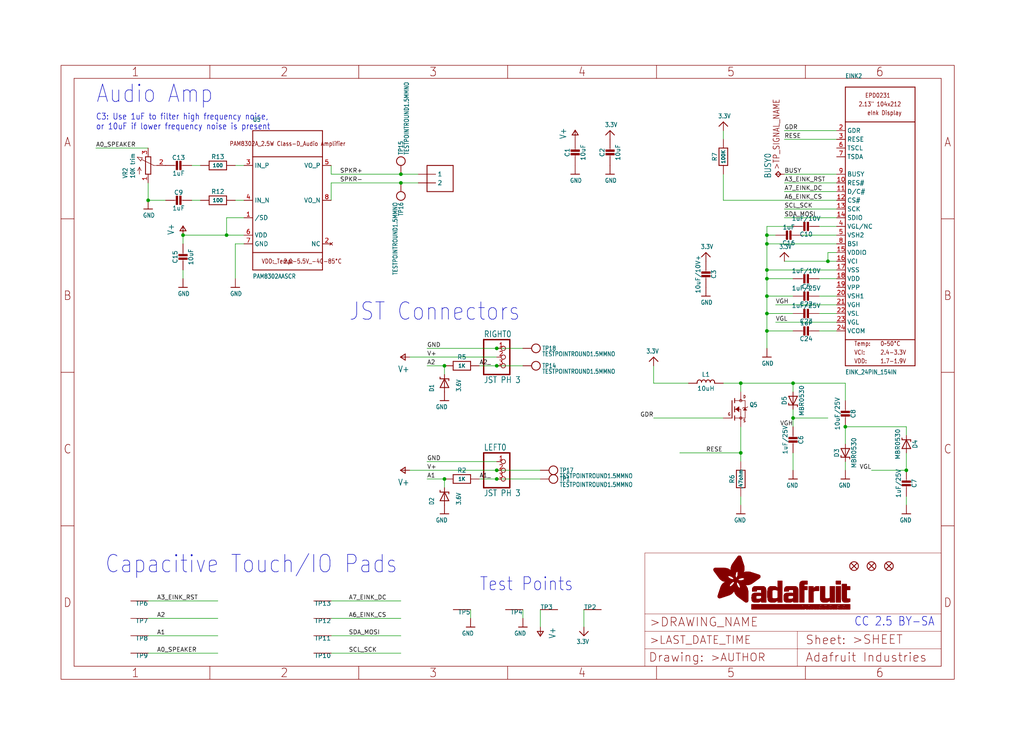
<source format=kicad_sch>
(kicad_sch (version 20211123) (generator eeschema)
  (paper "User" 298.45 217.881)
  (lib_symbols
    (symbol "eagleSchem-eagle-import:3.3V" (power)
      (property "Value" "3.3V" (at -1.524 1.016 0))
      (symbol "3.3V_1_0"
        (pin power_in line (at 0 -2.54 90) (length 2.54) (name "3.3V") (number "1"))
      )
    )
    (symbol "eagleSchem-eagle-import:AUDIOAMP_PAM8302A"
      (property "Reference" "U" (at -10.16 22.86 0))
      (property "Value" "AUDIOAMP_PAM8302A" (at -10.16 -22.86 0))
      (symbol "AUDIOAMP_PAM8302A_1_0"
        (text "2.0-5.5V_-40-85°C" (at -1.27 -17.78 0) (effects (font (size 1.27 1.0795)) (justify left)))
        (text "PAM8302A_2.5W Class-D_Audio Amplifier" (at 0 16.51 0) (effects (font (size 1.27 1.0795))))
        (text "VDD:_Temp:" (at -7.62 -17.78 0) (effects (font (size 1.27 1.0795)) (justify left)))
        (pin input line (at -12.7 -5.08 0) (length 2.54) (name "/SD") (number "1"))
        (pin no_connect line (at 12.7 -12.7 180) (length 2.54) (name "NC") (number "2"))
        (pin input line (at -12.7 10.16 0) (length 2.54) (name "IN_P") (number "3"))
        (pin input line (at -12.7 0 0) (length 2.54) (name "IN_N") (number "4"))
        (pin output line (at 12.7 10.16 180) (length 2.54) (name "VO_P") (number "5"))
        (pin power_in line (at -12.7 -10.16 0) (length 2.54) (name "VDD") (number "6"))
        (pin power_in line (at -12.7 -12.7 0) (length 2.54) (name "GND") (number "7"))
        (pin output line (at 12.7 0 180) (length 2.54) (name "VO_N") (number "8"))
      )
    )
    (symbol "eagleSchem-eagle-import:CAP_CERAMIC0805-NOOUTLINE"
      (property "Reference" "C" (at -2.29 1.25 90))
      (property "Value" "CAP_CERAMIC0805-NOOUTLINE" (at 2.3 1.25 90))
      (symbol "CAP_CERAMIC0805-NOOUTLINE_1_0"
        (pin passive line (at 0 5.08 270) (length 2.54) (name "1") (number "1"))
        (pin passive line (at 0 -2.54 90) (length 2.54) (name "2") (number "2"))
      )
    )
    (symbol "eagleSchem-eagle-import:CON_JST_PH_3PIN"
      (property "Reference" "X" (at -6.35 5.715 0))
      (property "Value" "CON_JST_PH_3PIN" (at -6.35 -7.62 0))
      (symbol "CON_JST_PH_3PIN_1_0"
        (pin passive inverted (at -2.54 2.54 0) (length 2.54) (name "1") (number "1"))
        (pin passive inverted (at -2.54 0 0) (length 2.54) (name "2") (number "2"))
        (pin passive inverted (at -2.54 -2.54 0) (length 2.54) (name "3") (number "3"))
      )
    )
    (symbol "eagleSchem-eagle-import:CON_MOLEX_2P"
      (symbol "CON_MOLEX_2P_1_0"
        (pin passive line (at -5.08 2.54 0) (length 5.08) (name "1") (number "1"))
        (pin passive line (at -5.08 0 0) (length 5.08) (name "2") (number "2"))
      )
      (symbol "CON_MOLEX_2P_2_0"
        (pin bidirectional line (at 0 0 0) (length 5.08) (name "MT") (number "M1"))
      )
      (symbol "CON_MOLEX_2P_3_0"
        (pin bidirectional line (at 0 0 0) (length 5.08) (name "MT") (number "M2"))
      )
    )
    (symbol "eagleSchem-eagle-import:DIODE-SCHOTTKYSOD-123"
      (property "Reference" "D" (at 0 2.54 0))
      (property "Value" "DIODE-SCHOTTKYSOD-123" (at 0 -2.5 0))
      (symbol "DIODE-SCHOTTKYSOD-123_1_0"
        (pin passive line (at -2.54 0 0) (length 2.54) (name "A") (number "A"))
        (pin passive line (at 2.54 0 180) (length 2.54) (name "C") (number "C"))
      )
    )
    (symbol "eagleSchem-eagle-import:DIODE-ZENERSOD323"
      (property "Reference" "D" (at -2.54 3.0226 0))
      (property "Value" "DIODE-ZENERSOD323" (at -2.54 -4.8514 0))
      (symbol "DIODE-ZENERSOD323_1_0"
        (pin passive line (at -2.54 0 0) (length 2.54) (name "A") (number "A"))
        (pin passive line (at 2.54 0 180) (length 2.54) (name "C") (number "C"))
      )
    )
    (symbol "eagleSchem-eagle-import:EINK_24PIN_154IN"
      (property "Reference" "EINK" (at -10.16 43.18 0))
      (property "Value" "EINK_24PIN_154IN" (at -10.16 -43.18 0))
      (symbol "EINK_24PIN_154IN_1_0"
        (text "0~50°C" (at 0 -34.925 0) (effects (font (size 1.27 1.0795)) (justify left bottom)))
        (text "1.7-1.9V" (at 0 -40.005 0) (effects (font (size 1.27 1.0795)) (justify left bottom)))
        (text "2.13\" 104x212" (at -6.35 34.925 0) (effects (font (size 1.27 1.0795)) (justify left bottom)))
        (text "2.4-3.3V" (at 0 -37.465 0) (effects (font (size 1.27 1.0795)) (justify left bottom)))
        (text "eInk Display" (at -3.81 32.385 0) (effects (font (size 1.27 1.0795)) (justify left bottom)))
        (text "EPD0231" (at -4.445 37.465 0) (effects (font (size 1.27 1.0795)) (justify left bottom)))
        (text "Temp:" (at -7.62 -34.925 0) (effects (font (size 1.27 1.0795)) (justify left bottom)))
        (text "VCI:" (at -7.62 -37.465 0) (effects (font (size 1.27 1.0795)) (justify left bottom)))
        (text "VDD:" (at -7.62 -40.005 0) (effects (font (size 1.27 1.0795)) (justify left bottom)))
        (pin input line (at -12.7 12.7 0) (length 2.54) (name "RES#") (number "10"))
        (pin input line (at -12.7 10.16 0) (length 2.54) (name "D/C#") (number "11"))
        (pin input line (at -12.7 7.62 0) (length 2.54) (name "CS#") (number "12"))
        (pin bidirectional line (at -12.7 5.08 0) (length 2.54) (name "SCK") (number "13"))
        (pin bidirectional line (at -12.7 2.54 0) (length 2.54) (name "SDIO") (number "14"))
        (pin power_in line (at -12.7 -7.62 0) (length 2.54) (name "VDDIO") (number "15"))
        (pin power_in line (at -12.7 -10.16 0) (length 2.54) (name "VCI") (number "16"))
        (pin power_in line (at -12.7 -12.7 0) (length 2.54) (name "VSS") (number "17"))
        (pin passive line (at -12.7 -15.24 0) (length 2.54) (name "VDD") (number "18"))
        (pin passive line (at -12.7 -17.78 0) (length 2.54) (name "VPP") (number "19"))
        (pin output line (at -12.7 27.94 0) (length 2.54) (name "GDR") (number "2"))
        (pin passive line (at -12.7 -20.32 0) (length 2.54) (name "VSH1") (number "20"))
        (pin passive line (at -12.7 -22.86 0) (length 2.54) (name "VGH") (number "21"))
        (pin passive line (at -12.7 -25.4 0) (length 2.54) (name "VSL") (number "22"))
        (pin passive line (at -12.7 -27.94 0) (length 2.54) (name "VGL") (number "23"))
        (pin passive line (at -12.7 -30.48 0) (length 2.54) (name "VCOM") (number "24"))
        (pin input line (at -12.7 25.4 0) (length 2.54) (name "RESE") (number "3"))
        (pin bidirectional line (at -12.7 0 0) (length 2.54) (name "VGL/NC") (number "4"))
        (pin passive line (at -12.7 -2.54 0) (length 2.54) (name "VSH2") (number "5"))
        (pin output line (at -12.7 22.86 0) (length 2.54) (name "TSCL") (number "6"))
        (pin bidirectional line (at -12.7 20.32 0) (length 2.54) (name "TSDA") (number "7"))
        (pin input line (at -12.7 -5.08 0) (length 2.54) (name "BSI") (number "8"))
        (pin output line (at -12.7 15.24 0) (length 2.54) (name "BUSY") (number "9"))
      )
    )
    (symbol "eagleSchem-eagle-import:FIDUCIAL_1MM")
    (symbol "eagleSchem-eagle-import:FRAME_A4_ADAFRUIT"
      (symbol "FRAME_A4_ADAFRUIT_1_0"
        (text "1" (at 21.6958 1.905 0) (effects (font (size 2.54 2.286))))
        (text "1" (at 21.6958 177.165 0) (effects (font (size 2.54 2.286))))
        (text "2" (at 65.0875 1.905 0) (effects (font (size 2.54 2.286))))
        (text "2" (at 65.0875 177.165 0) (effects (font (size 2.54 2.286))))
        (text "3" (at 108.4792 1.905 0) (effects (font (size 2.54 2.286))))
        (text "3" (at 108.4792 177.165 0) (effects (font (size 2.54 2.286))))
        (text "4" (at 151.8708 1.905 0) (effects (font (size 2.54 2.286))))
        (text "4" (at 151.8708 177.165 0) (effects (font (size 2.54 2.286))))
        (text "5" (at 195.2625 1.905 0) (effects (font (size 2.54 2.286))))
        (text "5" (at 195.2625 177.165 0) (effects (font (size 2.54 2.286))))
        (text "6" (at 238.6542 1.905 0) (effects (font (size 2.54 2.286))))
        (text "6" (at 238.6542 177.165 0) (effects (font (size 2.54 2.286))))
        (text ">AUTHOR" (at 189.23 5.08 0) (effects (font (size 2.286 2.286)) (justify left bottom)))
        (text ">DRAWING_NAME" (at 171.45 15.24 0) (effects (font (size 2.54 2.54)) (justify left bottom)))
        (text ">LAST_DATE_TIME" (at 171.45 10.16 0) (effects (font (size 2.286 2.286)) (justify left bottom)))
        (text ">SHEET" (at 230.505 10.16 0) (effects (font (size 2.54 2.54)) (justify left bottom)))
        (text "A" (at 1.905 156.6863 0) (effects (font (size 2.54 2.286))))
        (text "A" (at 258.445 156.6863 0) (effects (font (size 2.54 2.286))))
        (text "Adafruit Industries" (at 216.916 4.953 0) (effects (font (size 2.54 2.54)) (justify left bottom)))
        (text "B" (at 1.905 111.9188 0) (effects (font (size 2.54 2.286))))
        (text "B" (at 258.445 111.9188 0) (effects (font (size 2.54 2.286))))
        (text "C" (at 1.905 67.1513 0) (effects (font (size 2.54 2.286))))
        (text "C" (at 258.445 67.1513 0) (effects (font (size 2.54 2.286))))
        (text "D" (at 1.905 22.3838 0) (effects (font (size 2.54 2.286))))
        (text "D" (at 258.445 22.3838 0) (effects (font (size 2.54 2.286))))
        (text "Drawing:" (at 171.196 4.953 0) (effects (font (size 2.54 2.54)) (justify left bottom)))
        (text "Sheet:" (at 216.916 10.033 0) (effects (font (size 2.54 2.54)) (justify left bottom)))
      )
    )
    (symbol "eagleSchem-eagle-import:GND" (power)
      (property "Value" "GND" (at -1.524 -2.54 0))
      (symbol "GND_1_0"
        (pin power_in line (at 0 2.54 270) (length 2.54) (name "GND") (number "1"))
      )
    )
    (symbol "eagleSchem-eagle-import:INDUCTORNR401"
      (property "Reference" "L" (at 0 2.54 0))
      (property "Value" "INDUCTORNR401" (at 0 -1.54 0))
      (symbol "INDUCTORNR401_1_0"
        (pin passive line (at -5.08 0 0) (length 2.54) (name "1") (number "P$1"))
        (pin passive line (at 5.08 0 180) (length 2.54) (name "2") (number "P$2"))
      )
    )
    (symbol "eagleSchem-eagle-import:IRLML2060TRPBF"
      (property "Reference" "Q" (at 5.08 0.635 0))
      (property "Value" "IRLML2060TRPBF" (at 5.08 -1.27 0))
      (symbol "IRLML2060TRPBF_1_0"
        (text "D" (at 3.175 3.175 0) (effects (font (size 0.8128 0.6908)) (justify left bottom)))
        (text "G" (at -1.27 -1.905 0) (effects (font (size 0.8128 0.6908)) (justify left bottom)))
        (text "S" (at 3.175 -3.81 0) (effects (font (size 0.8128 0.6908)) (justify left bottom)))
        (pin bidirectional line (at -2.54 -2.54 0) (length 2.54) (name "G") (number "1"))
        (pin bidirectional line (at 2.54 -5.08 90) (length 2.54) (name "S") (number "2"))
        (pin bidirectional line (at 2.54 5.08 270) (length 2.54) (name "D") (number "3"))
      )
    )
    (symbol "eagleSchem-eagle-import:RESISTOR0805_10MGAP"
      (property "Reference" "R" (at 0 2.54 0))
      (property "Value" "RESISTOR0805_10MGAP" (at 0 0 0))
      (symbol "RESISTOR0805_10MGAP_1_0"
        (pin passive line (at -5.08 0 0) (length 2.54) (name "1") (number "1"))
        (pin passive line (at 5.08 0 180) (length 2.54) (name "2") (number "2"))
      )
    )
    (symbol "eagleSchem-eagle-import:RESISTOR_0603_NOOUT"
      (property "Reference" "R" (at 0 2.54 0))
      (property "Value" "RESISTOR_0603_NOOUT" (at 0 0 0))
      (symbol "RESISTOR_0603_NOOUT_1_0"
        (pin passive line (at -5.08 0 0) (length 2.54) (name "1") (number "1"))
        (pin passive line (at 5.08 0 180) (length 2.54) (name "2") (number "2"))
      )
    )
    (symbol "eagleSchem-eagle-import:SEWTAP_SMTNUTM3"
      (property "Reference" "TP" (at 0 0 0))
      (symbol "SEWTAP_SMTNUTM3_1_0"
        (pin bidirectional line (at 0 0 0) (length 5.08) (name "SEW") (number "P$1"))
      )
    )
    (symbol "eagleSchem-eagle-import:TESTPOINTROUND1.5MMNO"
      (property "Reference" "TP" (at 0 5.588 90))
      (property "Value" "TESTPOINTROUND1.5MMNO" (at 1.651 5.588 90))
      (symbol "TESTPOINTROUND1.5MMNO_1_0"
        (pin bidirectional line (at 0 0 90) (length 2.54) (name "P$1") (number "P$1"))
      )
    )
    (symbol "eagleSchem-eagle-import:TPTP15SQ"
      (property "Reference" "TP" (at -1.27 1.27 0))
      (symbol "TPTP15SQ_1_0"
        (text ">TP_SIGNAL_NAME" (at 1.27 -1.27 0) (effects (font (size 1.778 1.5113)) (justify left bottom)))
        (pin input line (at 0 -2.54 90) (length 2.54) (name "TP") (number "TP"))
      )
    )
    (symbol "eagleSchem-eagle-import:TRIMPOT3303W{slash}X"
      (property "Reference" "VR" (at -5.969 -3.81 90))
      (property "Value" "TRIMPOT3303W{slash}X" (at -3.81 -3.81 90))
      (symbol "TRIMPOT3303W{slash}X_1_0"
        (pin passive line (at 0 -5.08 90) (length 2.54) (name "A") (number "1"))
        (pin passive line (at 5.08 0 180) (length 2.54) (name "S") (number "2"))
        (pin passive line (at 0 5.08 270) (length 2.54) (name "E") (number "3"))
      )
    )
    (symbol "eagleSchem-eagle-import:V+" (power)
      (property "Value" "V+" (at -2.54 -2.54 90))
      (symbol "V+_1_0"
        (pin power_in line (at 0 -2.54 90) (length 2.54) (name "V+") (number "1"))
      )
    )
  )
  (junction (at 129.54 106.68))
  (junction (at 144.78 137.16))
  (junction (at 241.3 76.2))
  (junction (at 223.52 81.28))
  (junction (at 231.14 121.92))
  (junction (at 116.84 50.8))
  (junction (at 43.18 58.42))
  (junction (at 129.54 139.7))
  (junction (at 53.34 68.58))
  (junction (at 223.52 71.12))
  (junction (at 231.14 111.76))
  (junction (at 144.78 101.6))
  (junction (at 223.52 78.74))
  (junction (at 215.9 111.76))
  (junction (at 264.16 137.16))
  (junction (at 246.38 124.46))
  (junction (at 223.52 86.36))
  (junction (at 215.9 132.08))
  (junction (at 223.52 96.52))
  (junction (at 66.04 68.58))
  (junction (at 116.84 53.34))
  (junction (at 144.78 106.68))
  (junction (at 223.52 91.44))
  (junction (at 223.52 68.58))
  (junction (at 144.78 139.7))
  (wire (pts (xy 144.78 106.68) (xy 139.7 106.68)))
  (wire (pts (xy 243.84 68.58) (xy 233.68 68.58)))
  (wire (pts (xy 190.5 111.76) (xy 200.66 111.76)))
  (wire (pts (xy 27.94 43.18) (xy 43.18 43.18)))
  (wire (pts (xy 215.9 111.76) (xy 210.82 111.76)))
  (wire (pts (xy 223.52 101.6) (xy 223.52 96.52)))
  (wire (pts (xy 254 137.16) (xy 264.16 137.16)))
  (wire (pts (xy 223.52 66.04) (xy 223.52 68.58)))
  (wire (pts (xy 71.12 71.12) (xy 68.58 71.12)))
  (wire (pts (xy 129.54 106.68) (xy 124.46 106.68)))
  (wire (pts (xy 144.78 137.16) (xy 157.48 137.16)))
  (wire (pts (xy 223.52 81.28) (xy 223.52 78.74)))
  (wire (pts (xy 238.76 91.44) (xy 243.84 91.44)))
  (wire (pts (xy 144.78 134.62) (xy 124.46 134.62)))
  (wire (pts (xy 243.84 66.04) (xy 238.76 66.04)))
  (wire (pts (xy 190.5 121.92) (xy 210.82 121.92)))
  (wire (pts (xy 96.52 53.34) (xy 96.52 58.42)))
  (wire (pts (xy 210.82 50.8) (xy 210.82 58.42)))
  (wire (pts (xy 243.84 55.88) (xy 228.6 55.88)))
  (wire (pts (xy 144.78 106.68) (xy 152.4 106.68)))
  (wire (pts (xy 223.52 78.74) (xy 223.52 71.12)))
  (wire (pts (xy 215.9 111.76) (xy 231.14 111.76)))
  (wire (pts (xy 144.78 139.7) (xy 139.7 139.7)))
  (wire (pts (xy 241.3 121.92) (xy 231.14 121.92)))
  (wire (pts (xy 63.5 185.42) (xy 43.18 185.42)))
  (wire (pts (xy 238.76 86.36) (xy 243.84 86.36)))
  (wire (pts (xy 243.84 93.98) (xy 226.06 93.98)))
  (wire (pts (xy 241.3 76.2) (xy 243.84 76.2)))
  (wire (pts (xy 241.3 76.2) (xy 228.6 76.2)))
  (wire (pts (xy 190.5 106.68) (xy 190.5 111.76)))
  (wire (pts (xy 71.12 63.5) (xy 66.04 63.5)))
  (wire (pts (xy 243.84 71.12) (xy 223.52 71.12)))
  (wire (pts (xy 129.54 106.68) (xy 129.54 109.22)))
  (wire (pts (xy 231.14 96.52) (xy 223.52 96.52)))
  (wire (pts (xy 152.4 180.34) (xy 152.4 177.8)))
  (wire (pts (xy 96.52 53.34) (xy 116.84 53.34)))
  (wire (pts (xy 43.18 175.26) (xy 63.5 175.26)))
  (wire (pts (xy 96.52 180.34) (xy 116.84 180.34)))
  (wire (pts (xy 48.26 58.42) (xy 43.18 58.42)))
  (wire (pts (xy 231.14 119.38) (xy 231.14 121.92)))
  (wire (pts (xy 223.52 91.44) (xy 223.52 86.36)))
  (wire (pts (xy 231.14 86.36) (xy 223.52 86.36)))
  (wire (pts (xy 223.52 68.58) (xy 226.06 68.58)))
  (wire (pts (xy 228.6 40.64) (xy 243.84 40.64)))
  (wire (pts (xy 43.18 58.42) (xy 43.18 53.34)))
  (wire (pts (xy 231.14 111.76) (xy 231.14 114.3)))
  (wire (pts (xy 215.9 124.46) (xy 215.9 132.08)))
  (wire (pts (xy 223.52 86.36) (xy 223.52 81.28)))
  (wire (pts (xy 144.78 101.6) (xy 124.46 101.6)))
  (wire (pts (xy 215.9 114.3) (xy 215.9 111.76)))
  (wire (pts (xy 243.84 73.66) (xy 241.3 73.66)))
  (wire (pts (xy 71.12 58.42) (xy 68.58 58.42)))
  (wire (pts (xy 210.82 38.1) (xy 210.82 40.64)))
  (wire (pts (xy 43.18 180.34) (xy 63.5 180.34)))
  (wire (pts (xy 152.4 101.6) (xy 144.78 101.6)))
  (wire (pts (xy 231.14 132.08) (xy 231.14 137.16)))
  (wire (pts (xy 121.92 50.8) (xy 116.84 50.8)))
  (wire (pts (xy 264.16 124.46) (xy 246.38 124.46)))
  (wire (pts (xy 66.04 68.58) (xy 53.34 68.58)))
  (wire (pts (xy 264.16 127) (xy 264.16 124.46)))
  (wire (pts (xy 228.6 53.34) (xy 243.84 53.34)))
  (wire (pts (xy 144.78 139.7) (xy 157.48 139.7)))
  (wire (pts (xy 121.92 53.34) (xy 116.84 53.34)))
  (wire (pts (xy 66.04 63.5) (xy 66.04 68.58)))
  (wire (pts (xy 137.16 180.34) (xy 137.16 177.8)))
  (wire (pts (xy 231.14 81.28) (xy 223.52 81.28)))
  (wire (pts (xy 264.16 147.32) (xy 264.16 144.78)))
  (wire (pts (xy 170.18 182.88) (xy 170.18 177.8)))
  (wire (pts (xy 231.14 66.04) (xy 223.52 66.04)))
  (wire (pts (xy 243.84 38.1) (xy 228.6 38.1)))
  (wire (pts (xy 231.14 91.44) (xy 223.52 91.44)))
  (wire (pts (xy 63.5 190.5) (xy 43.18 190.5)))
  (wire (pts (xy 243.84 50.8) (xy 228.6 50.8)))
  (wire (pts (xy 55.88 48.26) (xy 58.42 48.26)))
  (wire (pts (xy 238.76 96.52) (xy 243.84 96.52)))
  (wire (pts (xy 96.52 50.8) (xy 116.84 50.8)))
  (wire (pts (xy 246.38 129.54) (xy 246.38 124.46)))
  (wire (pts (xy 246.38 134.62) (xy 246.38 137.16)))
  (wire (pts (xy 215.9 134.62) (xy 215.9 132.08)))
  (wire (pts (xy 116.84 190.5) (xy 96.52 190.5)))
  (wire (pts (xy 264.16 137.16) (xy 264.16 132.08)))
  (wire (pts (xy 243.84 78.74) (xy 223.52 78.74)))
  (wire (pts (xy 53.34 68.58) (xy 53.34 71.12)))
  (wire (pts (xy 53.34 78.74) (xy 53.34 81.28)))
  (wire (pts (xy 241.3 73.66) (xy 241.3 76.2)))
  (wire (pts (xy 243.84 58.42) (xy 210.82 58.42)))
  (wire (pts (xy 215.9 147.32) (xy 215.9 144.78)))
  (wire (pts (xy 231.14 124.46) (xy 231.14 121.92)))
  (wire (pts (xy 119.38 137.16) (xy 144.78 137.16)))
  (wire (pts (xy 243.84 63.5) (xy 228.6 63.5)))
  (wire (pts (xy 243.84 88.9) (xy 226.06 88.9)))
  (wire (pts (xy 228.6 60.96) (xy 243.84 60.96)))
  (wire (pts (xy 129.54 139.7) (xy 129.54 142.24)))
  (wire (pts (xy 223.52 71.12) (xy 223.52 68.58)))
  (wire (pts (xy 58.42 58.42) (xy 55.88 58.42)))
  (wire (pts (xy 96.52 175.26) (xy 116.84 175.26)))
  (wire (pts (xy 119.38 104.14) (xy 144.78 104.14)))
  (wire (pts (xy 243.84 81.28) (xy 238.76 81.28)))
  (wire (pts (xy 231.14 111.76) (xy 246.38 111.76)))
  (wire (pts (xy 116.84 185.42) (xy 96.52 185.42)))
  (wire (pts (xy 246.38 111.76) (xy 246.38 116.84)))
  (wire (pts (xy 157.48 177.8) (xy 157.48 182.88)))
  (wire (pts (xy 96.52 50.8) (xy 96.52 48.26)))
  (wire (pts (xy 129.54 139.7) (xy 124.46 139.7)))
  (wire (pts (xy 68.58 71.12) (xy 68.58 81.28)))
  (wire (pts (xy 71.12 48.26) (xy 68.58 48.26)))
  (wire (pts (xy 223.52 96.52) (xy 223.52 91.44)))
  (wire (pts (xy 215.9 132.08) (xy 198.12 132.08)))
  (wire (pts (xy 71.12 68.58) (xy 66.04 68.58)))
  (text "Test Points" (at 139.7 172.72 180) (effects (font (size 3.81 3.2385)) (justify left bottom)))
  (text "Audio Amp" (at 27.94 30.48 180) (effects (font (size 5.08 4.318)) (justify left bottom)))
  (text "JST Connectors" (at 101.6 93.98 180) (effects (font (size 5.08 4.318)) (justify left bottom)))
  (text "C3: Use 1uF to filter high frequency noise,\nor 10uF if lower frequency noise is present" (at 27.94 38.1 180) (effects (font (size 1.778 1.5113)) (justify left bottom)))
  (text "CC 2.5 BY-SA" (at 248.92 182.88 180) (effects (font (size 2.54 2.159)) (justify left bottom)))
  (text "Capacitive Touch/IO Pads" (at 30.48 167.64 180) (effects (font (size 5.08 4.318)) (justify left bottom)))
  (label "A3_EINK_RST" (at 228.6 53.34 0) (effects (font (size 1.2446 1.2446))))
  (label "A1" (at 45.72 185.42 0) (effects (font (size 1.2446 1.2446))))
  (label "A7_EINK_DC" (at 228.6 55.88 0) (effects (font (size 1.2446 1.2446))))
  (label "SPKR+" (at 99.06 50.8 0) (effects (font (size 1.2446 1.2446))))
  (label "GDR" (at 228.6 38.1 0) (effects (font (size 1.2446 1.2446))))
  (label "SDA_MOSI" (at 228.6 63.5 0) (effects (font (size 1.2446 1.2446))))
  (label "SDA_MOSI" (at 101.6 185.42 0) (effects (font (size 1.2446 1.2446))))
  (label "VGH" (at 226.06 88.9 0) (effects (font (size 1.2446 1.2446))))
  (label "A1_" (at 139.7 139.7 0) (effects (font (size 1.2446 1.2446))))
  (label "RESE" (at 228.6 40.64 0) (effects (font (size 1.2446 1.2446))))
  (label "A1" (at 124.46 139.7 0) (effects (font (size 1.2446 1.2446))))
  (label "A0_SPEAKER" (at 27.94 43.18 0) (effects (font (size 1.2446 1.2446))))
  (label "SPKR-" (at 99.06 53.34 0) (effects (font (size 1.2446 1.2446))))
  (label "GND" (at 124.46 101.6 0) (effects (font (size 1.2446 1.2446))))
  (label "V+" (at 124.46 137.16 0) (effects (font (size 1.2446 1.2446))))
  (label "VGH" (at 231.14 124.46 180) (effects (font (size 1.2446 1.2446))))
  (label "A6_EINK_CS" (at 228.6 58.42 0) (effects (font (size 1.2446 1.2446))))
  (label "SCL_SCK" (at 228.6 60.96 0) (effects (font (size 1.2446 1.2446))))
  (label "GND" (at 124.46 134.62 0) (effects (font (size 1.2446 1.2446))))
  (label "V+" (at 124.46 104.14 0) (effects (font (size 1.2446 1.2446))))
  (label "VGL" (at 226.06 93.98 0) (effects (font (size 1.2446 1.2446))))
  (label "A0_SPEAKER" (at 45.72 190.5 0) (effects (font (size 1.2446 1.2446))))
  (label "A2_" (at 139.7 106.68 0) (effects (font (size 1.2446 1.2446))))
  (label "A2" (at 45.72 180.34 0) (effects (font (size 1.2446 1.2446))))
  (label "GDR" (at 190.5 121.92 180) (effects (font (size 1.2446 1.2446))))
  (label "VGL" (at 254 137.16 180) (effects (font (size 1.2446 1.2446))))
  (label "SCL_SCK" (at 101.6 190.5 0) (effects (font (size 1.2446 1.2446))))
  (label "BUSY" (at 228.6 50.8 0) (effects (font (size 1.2446 1.2446))))
  (label "A2" (at 124.46 106.68 0) (effects (font (size 1.2446 1.2446))))
  (label "A6_EINK_CS" (at 101.6 180.34 0) (effects (font (size 1.2446 1.2446))))
  (label "RESE" (at 205.74 132.08 0) (effects (font (size 1.2446 1.2446))))
  (label "A7_EINK_DC" (at 101.6 175.26 0) (effects (font (size 1.2446 1.2446))))
  (label "A3_EINK_RST" (at 45.72 175.26 0) (effects (font (size 1.2446 1.2446))))
  (symbol (lib_id "eagleSchem-eagle-import:CAP_CERAMIC0805-NOOUTLINE") (at 264.16 142.24 0) (mirror y) (unit 1)
    (property "Reference" "C7" (at 266.45 140.99 90))
    (property "Value" "1uF/25V" (at 261.86 140.99 90))
    (property "Footprint" "eagleSchem:0805-NO" (effects hide))
  )
  (symbol (lib_id "eagleSchem-eagle-import:CAP_CERAMIC0805-NOOUTLINE") (at 236.22 86.36 90) (unit 1)
    (property "Reference" "C22" (at 234.97 88.65 90))
    (property "Value" "1uF/25V" (at 234.97 84.06 90))
    (property "Footprint" "eagleSchem:0805-NO" (effects hide))
  )
  (symbol (lib_id "eagleSchem-eagle-import:GND") (at 53.34 83.82 0) (unit 1)
    (property "Reference" "#U$45" (effects hide))
    (property "Value" "GND" (at 51.816 86.36 0) (effects (font (size 1.27 1.0795)) (justify left bottom)))
    (property "Footprint" "eagleSchem:" (effects hide))
  )
  (symbol (lib_id "eagleSchem-eagle-import:GND") (at 223.52 104.14 0) (unit 1)
    (property "Reference" "#U$22" (effects hide))
    (property "Value" "GND" (at 221.996 106.68 0) (effects (font (size 1.27 1.0795)) (justify left bottom)))
    (property "Footprint" "eagleSchem:" (effects hide))
  )
  (symbol (lib_id "eagleSchem-eagle-import:GND") (at 167.64 50.8 0) (unit 1)
    (property "Reference" "#U$5" (effects hide))
    (property "Value" "GND" (at 166.116 53.34 0) (effects (font (size 1.27 1.0795)) (justify left bottom)))
    (property "Footprint" "eagleSchem:" (effects hide))
  )
  (symbol (lib_id "eagleSchem-eagle-import:3.3V") (at 170.18 185.42 180) (unit 1)
    (property "Reference" "#U$41" (effects hide))
    (property "Value" "3.3V" (at 171.704 186.436 0) (effects (font (size 1.27 1.0795)) (justify left bottom)))
    (property "Footprint" "eagleSchem:" (effects hide))
  )
  (symbol (lib_id "eagleSchem-eagle-import:TESTPOINTROUND1.5MMNO") (at 152.4 106.68 270) (unit 1)
    (property "Reference" "TP14" (at 157.988 106.68 90) (effects (font (size 1.27 1.0795)) (justify left)))
    (property "Value" "TESTPOINTROUND1.5MMNO" (at 157.988 108.331 90) (effects (font (size 1.27 1.0795)) (justify left)))
    (property "Footprint" "eagleSchem:TESTPOINT_ROUND_1.5MM_NO" (effects hide))
  )
  (symbol (lib_id "eagleSchem-eagle-import:EINK_24PIN_154IN") (at 256.54 66.04 0) (unit 1)
    (property "Reference" "EINK2" (at 246.38 22.86 0) (effects (font (size 1.27 1.0795)) (justify left bottom)))
    (property "Value" "EINK_24PIN_154IN" (at 246.38 109.22 0) (effects (font (size 1.27 1.0795)) (justify left bottom)))
    (property "Footprint" "eagleSchem:EINK_154IN" (effects hide))
  )
  (symbol (lib_id "eagleSchem-eagle-import:GND") (at 215.9 149.86 0) (mirror y) (unit 1)
    (property "Reference" "#U$27" (effects hide))
    (property "Value" "GND" (at 217.424 152.4 0) (effects (font (size 1.27 1.0795)) (justify left bottom)))
    (property "Footprint" "eagleSchem:" (effects hide))
  )
  (symbol (lib_id "eagleSchem-eagle-import:3.3V") (at 177.8 38.1 0) (unit 1)
    (property "Reference" "#U$15" (effects hide))
    (property "Value" "3.3V" (at 176.276 37.084 0) (effects (font (size 1.27 1.0795)) (justify left bottom)))
    (property "Footprint" "eagleSchem:" (effects hide))
  )
  (symbol (lib_id "eagleSchem-eagle-import:3.3V") (at 205.74 73.66 0) (unit 1)
    (property "Reference" "#U$37" (effects hide))
    (property "Value" "3.3V" (at 204.216 72.644 0) (effects (font (size 1.27 1.0795)) (justify left bottom)))
    (property "Footprint" "eagleSchem:" (effects hide))
  )
  (symbol (lib_id "eagleSchem-eagle-import:GND") (at 152.4 182.88 0) (unit 1)
    (property "Reference" "#GND13" (effects hide))
    (property "Value" "GND" (at 149.86 185.42 0) (effects (font (size 1.27 1.0795)) (justify left bottom)))
    (property "Footprint" "eagleSchem:" (effects hide))
  )
  (symbol (lib_id "eagleSchem-eagle-import:CAP_CERAMIC0805-NOOUTLINE") (at 246.38 121.92 0) (mirror y) (unit 1)
    (property "Reference" "C8" (at 248.67 120.67 90))
    (property "Value" "10uF/25V" (at 244.08 120.67 90))
    (property "Footprint" "eagleSchem:0805-NO" (effects hide))
  )
  (symbol (lib_id "eagleSchem-eagle-import:CON_JST_PH_3PIN") (at 147.32 137.16 0) (unit 1)
    (property "Reference" "LEFT0" (at 140.97 131.445 0) (effects (font (size 1.778 1.5113)) (justify left bottom)))
    (property "Value" "JST PH 3" (at 140.97 144.78 0) (effects (font (size 1.778 1.5113)) (justify left bottom)))
    (property "Footprint" "eagleSchem:JSTPH3" (effects hide))
  )
  (symbol (lib_id "eagleSchem-eagle-import:V+") (at 167.64 38.1 0) (unit 1)
    (property "Reference" "#P+6" (effects hide))
    (property "Value" "V+" (at 165.1 40.64 90) (effects (font (size 1.778 1.5113)) (justify left bottom)))
    (property "Footprint" "eagleSchem:" (effects hide))
  )
  (symbol (lib_id "eagleSchem-eagle-import:SEWTAP_SMTNUTM3") (at 43.18 180.34 180) (unit 1)
    (property "Reference" "TP7" (at 43.18 180.34 0) (effects (justify left bottom)))
    (property "Value" "SEWTAP_SMTNUTM3" (effects hide))
    (property "Footprint" "eagleSchem:SMT_NUT_3MM" (effects hide))
  )
  (symbol (lib_id "eagleSchem-eagle-import:CAP_CERAMIC0805-NOOUTLINE") (at 231.14 68.58 90) (unit 1)
    (property "Reference" "C16" (at 229.89 70.87 90))
    (property "Value" "1uF" (at 229.89 66.28 90))
    (property "Footprint" "eagleSchem:0805-NO" (effects hide))
  )
  (symbol (lib_id "eagleSchem-eagle-import:SEWTAP_SMTNUTM3") (at 96.52 190.5 180) (unit 1)
    (property "Reference" "TP10" (at 96.52 190.5 0) (effects (justify left bottom)))
    (property "Value" "SEWTAP_SMTNUTM3" (effects hide))
    (property "Footprint" "eagleSchem:SMT_NUT_3MM" (effects hide))
  )
  (symbol (lib_id "eagleSchem-eagle-import:CAP_CERAMIC0805-NOOUTLINE") (at 50.8 48.26 270) (unit 1)
    (property "Reference" "C13" (at 52.05 45.97 90))
    (property "Value" "1uF" (at 52.05 50.56 90))
    (property "Footprint" "eagleSchem:0805-NO" (effects hide))
  )
  (symbol (lib_id "eagleSchem-eagle-import:GND") (at 246.38 139.7 0) (mirror y) (unit 1)
    (property "Reference" "#U$30" (effects hide))
    (property "Value" "GND" (at 247.904 142.24 0) (effects (font (size 1.27 1.0795)) (justify left bottom)))
    (property "Footprint" "eagleSchem:" (effects hide))
  )
  (symbol (lib_id "eagleSchem-eagle-import:DIODE-ZENERSOD323") (at 129.54 144.78 90) (unit 1)
    (property "Reference" "D2" (at 126.5174 147.32 0) (effects (font (size 1.27 1.0795)) (justify left bottom)))
    (property "Value" "3.6V" (at 134.3914 147.32 0) (effects (font (size 1.27 1.0795)) (justify left bottom)))
    (property "Footprint" "eagleSchem:SOD-323" (effects hide))
  )
  (symbol (lib_id "eagleSchem-eagle-import:SEWTAP_SMTNUTM3") (at 96.52 185.42 180) (unit 1)
    (property "Reference" "TP11" (at 96.52 185.42 0) (effects (justify left bottom)))
    (property "Value" "SEWTAP_SMTNUTM3" (effects hide))
    (property "Footprint" "eagleSchem:SMT_NUT_3MM" (effects hide))
  )
  (symbol (lib_id "eagleSchem-eagle-import:DIODE-ZENERSOD323") (at 129.54 111.76 90) (unit 1)
    (property "Reference" "D1" (at 126.5174 114.3 0) (effects (font (size 1.27 1.0795)) (justify left bottom)))
    (property "Value" "3.6V" (at 134.3914 114.3 0) (effects (font (size 1.27 1.0795)) (justify left bottom)))
    (property "Footprint" "eagleSchem:SOD-323" (effects hide))
  )
  (symbol (lib_id "eagleSchem-eagle-import:FIDUCIAL_1MM") (at 259.08 165.1 0) (unit 1)
    (property "Reference" "U$6" (effects hide))
    (property "Value" "FIDUCIAL_1MM" (effects hide))
    (property "Footprint" "eagleSchem:FIDUCIAL_1MM" (effects hide))
  )
  (symbol (lib_id "eagleSchem-eagle-import:SEWTAP_SMTNUTM3") (at 137.16 177.8 180) (unit 1)
    (property "Reference" "TP5" (at 137.16 177.8 0) (effects (justify left bottom)))
    (property "Value" "SEWTAP_SMTNUTM3" (effects hide))
    (property "Footprint" "eagleSchem:SMT_NUT_3MM" (effects hide))
  )
  (symbol (lib_id "eagleSchem-eagle-import:CAP_CERAMIC0805-NOOUTLINE") (at 236.22 66.04 90) (unit 1)
    (property "Reference" "C10" (at 234.97 68.33 90))
    (property "Value" "1uF/10V" (at 234.97 63.74 90))
    (property "Footprint" "eagleSchem:0805-NO" (effects hide))
  )
  (symbol (lib_id "eagleSchem-eagle-import:CAP_CERAMIC0805-NOOUTLINE") (at 231.14 129.54 0) (mirror y) (unit 1)
    (property "Reference" "C6" (at 233.43 128.29 90))
    (property "Value" "1uF/25V" (at 228.84 128.29 90))
    (property "Footprint" "eagleSchem:0805-NO" (effects hide))
  )
  (symbol (lib_id "eagleSchem-eagle-import:CAP_CERAMIC0805-NOOUTLINE") (at 205.74 78.74 180) (unit 1)
    (property "Reference" "C3" (at 208.03 79.99 90))
    (property "Value" "10uF/10V+" (at 203.44 79.99 90))
    (property "Footprint" "eagleSchem:0805-NO" (effects hide))
  )
  (symbol (lib_id "eagleSchem-eagle-import:CON_JST_PH_3PIN") (at 147.32 104.14 0) (unit 1)
    (property "Reference" "RIGHT0" (at 140.97 98.425 0) (effects (font (size 1.778 1.5113)) (justify left bottom)))
    (property "Value" "JST PH 3" (at 140.97 111.76 0) (effects (font (size 1.778 1.5113)) (justify left bottom)))
    (property "Footprint" "eagleSchem:JSTPH3" (effects hide))
  )
  (symbol (lib_id "eagleSchem-eagle-import:3.3V") (at 190.5 104.14 0) (mirror y) (unit 1)
    (property "Reference" "#U$28" (effects hide))
    (property "Value" "3.3V" (at 192.024 103.124 0) (effects (font (size 1.27 1.0795)) (justify left bottom)))
    (property "Footprint" "eagleSchem:" (effects hide))
  )
  (symbol (lib_id "eagleSchem-eagle-import:GND") (at 43.18 60.96 0) (unit 1)
    (property "Reference" "#U$48" (effects hide))
    (property "Value" "GND" (at 41.656 63.5 0) (effects (font (size 1.27 1.0795)) (justify left bottom)))
    (property "Footprint" "eagleSchem:" (effects hide))
  )
  (symbol (lib_id "eagleSchem-eagle-import:V+") (at 116.84 137.16 90) (unit 1)
    (property "Reference" "#P+1" (effects hide))
    (property "Value" "V+" (at 119.38 139.7 90) (effects (font (size 1.778 1.5113)) (justify left bottom)))
    (property "Footprint" "eagleSchem:" (effects hide))
  )
  (symbol (lib_id "eagleSchem-eagle-import:V+") (at 53.34 66.04 0) (unit 1)
    (property "Reference" "#P+3" (effects hide))
    (property "Value" "V+" (at 50.8 68.58 90) (effects (font (size 1.778 1.5113)) (justify left bottom)))
    (property "Footprint" "eagleSchem:" (effects hide))
  )
  (symbol (lib_id "eagleSchem-eagle-import:CON_MOLEX_2P") (at 127 53.34 0) (unit 1)
    (property "Reference" "U$1" (effects hide))
    (property "Value" "CON_MOLEX_2P" (effects hide))
    (property "Footprint" "eagleSchem:53398-0271" (effects hide))
  )
  (symbol (lib_id "eagleSchem-eagle-import:RESISTOR_0603_NOOUT") (at 63.5 48.26 0) (unit 1)
    (property "Reference" "R13" (at 63.5 45.72 0))
    (property "Value" "100" (at 63.5 48.26 0) (effects (font (size 1.016 1.016) bold)))
    (property "Footprint" "eagleSchem:0603-NO" (effects hide))
  )
  (symbol (lib_id "eagleSchem-eagle-import:TRIMPOT3303W{slash}X") (at 43.18 48.26 0) (unit 1)
    (property "Reference" "VR2" (at 37.211 52.07 90) (effects (font (size 1.27 1.0795)) (justify left bottom)))
    (property "Value" "10K trim" (at 39.37 52.07 90) (effects (font (size 1.27 1.0795)) (justify left bottom)))
    (property "Footprint" "eagleSchem:TRIMPOT_BOURNS_3303W" (effects hide))
  )
  (symbol (lib_id "eagleSchem-eagle-import:CAP_CERAMIC0805-NOOUTLINE") (at 50.8 58.42 270) (unit 1)
    (property "Reference" "C9" (at 52.05 56.13 90))
    (property "Value" "1uF" (at 52.05 60.72 90))
    (property "Footprint" "eagleSchem:0805-NO" (effects hide))
  )
  (symbol (lib_id "eagleSchem-eagle-import:TPTP15SQ") (at 226.06 50.8 90) (unit 1)
    (property "Reference" "BUSY0" (at 224.79 52.07 0) (effects (font (size 1.778 1.5113)) (justify left bottom)))
    (property "Value" "TPTP15SQ" (effects hide))
    (property "Footprint" "eagleSchem:TP15SQ" (effects hide))
  )
  (symbol (lib_id "eagleSchem-eagle-import:GND") (at 129.54 116.84 0) (unit 1)
    (property "Reference" "#GND17" (effects hide))
    (property "Value" "GND" (at 127 119.38 0) (effects (font (size 1.27 1.0795)) (justify left bottom)))
    (property "Footprint" "eagleSchem:" (effects hide))
  )
  (symbol (lib_id "eagleSchem-eagle-import:DIODE-SCHOTTKYSOD-123") (at 231.14 116.84 90) (mirror x) (unit 1)
    (property "Reference" "D5" (at 228.6 116.84 0))
    (property "Value" "MBR0530" (at 233.64 116.84 0))
    (property "Footprint" "eagleSchem:SOD-123" (effects hide))
  )
  (symbol (lib_id "eagleSchem-eagle-import:FIDUCIAL_1MM") (at 254 165.1 0) (unit 1)
    (property "Reference" "U$2" (effects hide))
    (property "Value" "FIDUCIAL_1MM" (effects hide))
    (property "Footprint" "eagleSchem:FIDUCIAL_1MM" (effects hide))
  )
  (symbol (lib_id "eagleSchem-eagle-import:TESTPOINTROUND1.5MMNO") (at 116.84 53.34 180) (unit 1)
    (property "Reference" "TP16" (at 116.84 58.928 90) (effects (font (size 1.27 1.0795)) (justify left)))
    (property "Value" "TESTPOINTROUND1.5MMNO" (at 115.189 58.928 90) (effects (font (size 1.27 1.0795)) (justify left)))
    (property "Footprint" "eagleSchem:TESTPOINT_ROUND_1.5MM_NO" (effects hide))
  )
  (symbol (lib_id "eagleSchem-eagle-import:V+") (at 157.48 185.42 180) (unit 1)
    (property "Reference" "#P+4" (effects hide))
    (property "Value" "V+" (at 160.02 182.88 90) (effects (font (size 1.778 1.5113)) (justify left bottom)))
    (property "Footprint" "eagleSchem:" (effects hide))
  )
  (symbol (lib_id "eagleSchem-eagle-import:CAP_CERAMIC0805-NOOUTLINE") (at 167.64 45.72 0) (unit 1)
    (property "Reference" "C1" (at 165.35 44.47 90))
    (property "Value" "10uF" (at 169.94 44.47 90))
    (property "Footprint" "eagleSchem:0805-NO" (effects hide))
  )
  (symbol (lib_id "eagleSchem-eagle-import:SEWTAP_SMTNUTM3") (at 43.18 175.26 180) (unit 1)
    (property "Reference" "TP6" (at 43.18 175.26 0) (effects (justify left bottom)))
    (property "Value" "SEWTAP_SMTNUTM3" (effects hide))
    (property "Footprint" "eagleSchem:SMT_NUT_3MM" (effects hide))
  )
  (symbol (lib_id "eagleSchem-eagle-import:CAP_CERAMIC0805-NOOUTLINE") (at 236.22 81.28 90) (unit 1)
    (property "Reference" "C5" (at 234.97 83.57 90))
    (property "Value" "1uF/10V" (at 234.97 78.98 90))
    (property "Footprint" "eagleSchem:0805-NO" (effects hide))
  )
  (symbol (lib_id "eagleSchem-eagle-import:3.3V") (at 228.6 73.66 0) (unit 1)
    (property "Reference" "#U$36" (effects hide))
    (property "Value" "3.3V" (at 227.076 72.644 0) (effects (font (size 1.27 1.0795)) (justify left bottom)))
    (property "Footprint" "eagleSchem:" (effects hide))
  )
  (symbol (lib_id "eagleSchem-eagle-import:FIDUCIAL_1MM") (at 248.92 165.1 0) (unit 1)
    (property "Reference" "U$3" (effects hide))
    (property "Value" "FIDUCIAL_1MM" (effects hide))
    (property "Footprint" "eagleSchem:FIDUCIAL_1MM" (effects hide))
    (property "Value" "FIDUCIAL_1MM" (effects hide))
  )
  (symbol (lib_id "eagleSchem-eagle-import:TESTPOINTROUND1.5MMNO") (at 152.4 101.6 270) (unit 1)
    (property "Reference" "TP18" (at 157.988 101.6 90) (effects (font (size 1.27 1.0795)) (justify left)))
    (property "Value" "TESTPOINTROUND1.5MMNO" (at 157.988 103.251 90) (effects (font (size 1.27 1.0795)) (justify left)))
    (property "Footprint" "eagleSchem:TESTPOINT_ROUND_1.5MM_NO" (effects hide))
  )
  (symbol (lib_id "eagleSchem-eagle-import:RESISTOR_0603_NOOUT") (at 210.82 45.72 90) (unit 1)
    (property "Reference" "R7" (at 208.28 45.72 0))
    (property "Value" "100K" (at 210.82 45.72 0) (effects (font (size 1.016 1.016) bold)))
    (property "Footprint" "eagleSchem:0603-NO" (effects hide))
  )
  (symbol (lib_id "eagleSchem-eagle-import:FRAME_A4_ADAFRUIT") (at 17.78 198.12 0) (unit 1)
    (property "Reference" "#U$19" (effects hide))
    (property "Value" "FRAME_A4_ADAFRUIT" (effects hide))
    (property "Footprint" "eagleSchem:" (effects hide))
  )
  (symbol (lib_id "eagleSchem-eagle-import:SEWTAP_SMTNUTM3") (at 96.52 180.34 180) (unit 1)
    (property "Reference" "TP12" (at 96.52 180.34 0) (effects (justify left bottom)))
    (property "Value" "SEWTAP_SMTNUTM3" (effects hide))
    (property "Footprint" "eagleSchem:SMT_NUT_3MM" (effects hide))
  )
  (symbol (lib_id "eagleSchem-eagle-import:GND") (at 137.16 182.88 0) (unit 1)
    (property "Reference" "#GND21" (effects hide))
    (property "Value" "GND" (at 134.62 185.42 0) (effects (font (size 1.27 1.0795)) (justify left bottom)))
    (property "Footprint" "eagleSchem:" (effects hide))
  )
  (symbol (lib_id "eagleSchem-eagle-import:TESTPOINTROUND1.5MMNO") (at 157.48 139.7 270) (unit 1)
    (property "Reference" "TP1" (at 163.068 139.7 90) (effects (font (size 1.27 1.0795)) (justify left)))
    (property "Value" "TESTPOINTROUND1.5MMNO" (at 163.068 141.351 90) (effects (font (size 1.27 1.0795)) (justify left)))
    (property "Footprint" "eagleSchem:TESTPOINT_ROUND_1.5MM_NO" (effects hide))
  )
  (symbol (lib_id "eagleSchem-eagle-import:RESISTOR0805_10MGAP") (at 215.9 139.7 90) (mirror x) (unit 1)
    (property "Reference" "R6" (at 213.36 139.7 0))
    (property "Value" ".47ohm" (at 215.9 139.7 0) (effects (font (size 1.016 1.016) bold)))
    (property "Footprint" "eagleSchem:0805_10MGAP" (effects hide))
  )
  (symbol (lib_id "eagleSchem-eagle-import:SEWTAP_SMTNUTM3") (at 152.4 177.8 180) (unit 1)
    (property "Reference" "TP4" (at 152.4 177.8 0) (effects (justify left bottom)))
    (property "Value" "SEWTAP_SMTNUTM3" (effects hide))
    (property "Footprint" "eagleSchem:SMT_NUT_3MM" (effects hide))
  )
  (symbol (lib_id "eagleSchem-eagle-import:RESISTOR_0603_NOOUT") (at 63.5 58.42 0) (unit 1)
    (property "Reference" "R12" (at 63.5 55.88 0))
    (property "Value" "100" (at 63.5 58.42 0) (effects (font (size 1.016 1.016) bold)))
    (property "Footprint" "eagleSchem:0603-NO" (effects hide))
  )
  (symbol (lib_id "eagleSchem-eagle-import:SEWTAP_SMTNUTM3") (at 43.18 190.5 180) (unit 1)
    (property "Reference" "TP9" (at 43.18 190.5 0) (effects (justify left bottom)))
    (property "Value" "SEWTAP_SMTNUTM3" (effects hide))
    (property "Footprint" "eagleSchem:SMT_NUT_3MM" (effects hide))
  )
  (symbol (lib_id "eagleSchem-eagle-import:GND") (at 205.74 86.36 0) (unit 1)
    (property "Reference" "#U$38" (effects hide))
    (property "Value" "GND" (at 204.216 88.9 0) (effects (font (size 1.27 1.0795)) (justify left bottom)))
    (property "Footprint" "eagleSchem:" (effects hide))
  )
  (symbol (lib_id "eagleSchem-eagle-import:GND") (at 177.8 50.8 0) (unit 1)
    (property "Reference" "#U$13" (effects hide))
    (property "Value" "GND" (at 176.276 53.34 0) (effects (font (size 1.27 1.0795)) (justify left bottom)))
    (property "Footprint" "eagleSchem:" (effects hide))
  )
  (symbol (lib_id "eagleSchem-eagle-import:SEWTAP_SMTNUTM3") (at 43.18 185.42 180) (unit 1)
    (property "Reference" "TP8" (at 43.18 185.42 0) (effects (justify left bottom)))
    (property "Value" "SEWTAP_SMTNUTM3" (effects hide))
    (property "Footprint" "eagleSchem:SMT_NUT_3MM" (effects hide))
  )
  (symbol (lib_id "eagleSchem-eagle-import:RESISTOR_0603_NOOUT") (at 134.62 139.7 0) (mirror y) (unit 1)
    (property "Reference" "R2" (at 134.62 137.16 0))
    (property "Value" "1K" (at 134.62 139.7 0) (effects (font (size 1.016 1.016) bold)))
    (property "Footprint" "eagleSchem:0603-NO" (effects hide))
  )
  (symbol (lib_id "eagleSchem-eagle-import:CAP_CERAMIC0805-NOOUTLINE") (at 236.22 91.44 90) (unit 1)
    (property "Reference" "C23" (at 234.97 93.73 90))
    (property "Value" "1uF/25V" (at 234.97 89.14 90))
    (property "Footprint" "eagleSchem:0805-NO" (effects hide))
  )
  (symbol (lib_id "eagleSchem-eagle-import:SEWTAP_SMTNUTM3") (at 157.48 177.8 0) (unit 1)
    (property "Reference" "TP3" (at 157.48 177.8 0) (effects (justify left bottom)))
    (property "Value" "SEWTAP_SMTNUTM3" (effects hide))
    (property "Footprint" "eagleSchem:SMT_NUT_3MM" (effects hide))
  )
  (symbol (lib_id "eagleSchem-eagle-import:GND") (at 68.58 83.82 0) (unit 1)
    (property "Reference" "#U$46" (effects hide))
    (property "Value" "GND" (at 67.056 86.36 0) (effects (font (size 1.27 1.0795)) (justify left bottom)))
    (property "Footprint" "eagleSchem:" (effects hide))
  )
  (symbol (lib_id "eagleSchem-eagle-import:IRLML2060TRPBF") (at 213.36 119.38 0) (unit 1)
    (property "Reference" "Q5" (at 218.44 118.745 0) (effects (font (size 1.27 1.0795)) (justify left bottom)))
    (property "Value" "IRLML0100" (effects hide))
    (property "Footprint" "eagleSchem:SOT23-3" (effects hide))
  )
  (symbol (lib_id "eagleSchem-eagle-import:SEWTAP_SMTNUTM3") (at 96.52 175.26 180) (unit 1)
    (property "Reference" "TP13" (at 96.52 175.26 0) (effects (justify left bottom)))
    (property "Value" "SEWTAP_SMTNUTM3" (effects hide))
    (property "Footprint" "eagleSchem:SMT_NUT_3MM" (effects hide))
  )
  (symbol (lib_id "eagleSchem-eagle-import:AUDIOAMP_PAM8302A") (at 83.82 58.42 0) (unit 1)
    (property "Reference" "U5" (at 73.66 35.56 0) (effects (font (size 1.27 1.0795)) (justify left bottom)))
    (property "Value" "PAM8302AASCR" (at 73.66 81.28 0) (effects (font (size 1.27 1.0795)) (justify left bottom)))
    (property "Footprint" "eagleSchem:MSOP8_0.65MM" (effects hide))
  )
  (symbol (lib_id "eagleSchem-eagle-import:GND") (at 231.14 139.7 0) (mirror y) (unit 1)
    (property "Reference" "#U$29" (effects hide))
    (property "Value" "GND" (at 232.664 142.24 0) (effects (font (size 1.27 1.0795)) (justify left bottom)))
    (property "Footprint" "eagleSchem:" (effects hide))
  )
  (symbol (lib_id "eagleSchem-eagle-import:DIODE-SCHOTTKYSOD-123") (at 246.38 132.08 90) (mirror x) (unit 1)
    (property "Reference" "D3" (at 243.84 132.08 0))
    (property "Value" "MBR0530" (at 248.88 132.08 0))
    (property "Footprint" "eagleSchem:SOD-123" (effects hide))
  )
  (symbol (lib_id "eagleSchem-eagle-import:V+") (at 116.84 104.14 90) (unit 1)
    (property "Reference" "#P+5" (effects hide))
    (property "Value" "V+" (at 119.38 106.68 90) (effects (font (size 1.778 1.5113)) (justify left bottom)))
    (property "Footprint" "eagleSchem:" (effects hide))
  )
  (symbol (lib_id "eagleSchem-eagle-import:GND") (at 129.54 149.86 0) (unit 1)
    (property "Reference" "#GND1" (effects hide))
    (property "Value" "GND" (at 127 152.4 0) (effects (font (size 1.27 1.0795)) (justify left bottom)))
    (property "Footprint" "eagleSchem:" (effects hide))
  )
  (symbol (lib_id "eagleSchem-eagle-import:GND") (at 264.16 149.86 0) (mirror y) (unit 1)
    (property "Reference" "#U$24" (effects hide))
    (property "Value" "GND" (at 265.684 152.4 0) (effects (font (size 1.27 1.0795)) (justify left bottom)))
    (property "Footprint" "eagleSchem:" (effects hide))
  )
  (symbol (lib_id "eagleSchem-eagle-import:TESTPOINTROUND1.5MMNO") (at 116.84 50.8 0) (unit 1)
    (property "Reference" "TP15" (at 116.84 45.212 90) (effects (font (size 1.27 1.0795)) (justify left)))
    (property "Value" "TESTPOINTROUND1.5MMNO" (at 118.491 45.212 90) (effects (font (size 1.27 1.0795)) (justify left)))
    (property "Footprint" "eagleSchem:TESTPOINT_ROUND_1.5MM_NO" (effects hide))
  )
  (symbol (lib_id "eagleSchem-eagle-import:TESTPOINTROUND1.5MMNO") (at 157.48 137.16 270) (unit 1)
    (property "Reference" "TP17" (at 163.068 137.16 90) (effects (font (size 1.27 1.0795)) (justify left)))
    (property "Value" "TESTPOINTROUND1.5MMNO" (at 163.068 138.811 90) (effects (font (size 1.27 1.0795)) (justify left)))
    (property "Footprint" "eagleSchem:TESTPOINT_ROUND_1.5MM_NO" (effects hide))
  )
  (symbol (lib_id "eagleSchem-eagle-import:CAP_CERAMIC0805-NOOUTLINE") (at 53.34 76.2 0) (unit 1)
    (property "Reference" "C15" (at 51.05 74.95 90))
    (property "Value" "10uF" (at 55.64 74.95 90))
    (property "Footprint" "eagleSchem:0805-NO" (effects hide))
  )
  (symbol (lib_id "eagleSchem-eagle-import:CAP_CERAMIC0805-NOOUTLINE") (at 177.8 45.72 0) (unit 1)
    (property "Reference" "C2" (at 175.51 44.47 90))
    (property "Value" "10uF" (at 180.1 44.47 90))
    (property "Footprint" "eagleSchem:0805-NO" (effects hide))
  )
  (symbol (lib_id "eagleSchem-eagle-import:INDUCTORNR401") (at 205.74 111.76 0) (mirror y) (unit 1)
    (property "Reference" "L1" (at 205.74 109.22 0))
    (property "Value" "10uH" (at 205.74 113.3 0))
    (property "Footprint" "eagleSchem:INDUCTOR_4X4MM_NR401" (effects hide))
  )
  (symbol (lib_id "eagleSchem-eagle-import:3.3V") (at 210.82 35.56 0) (unit 1)
    (property "Reference" "#U$40" (effects hide))
    (property "Value" "3.3V" (at 209.296 34.544 0) (effects (font (size 1.27 1.0795)) (justify left bottom)))
    (property "Footprint" "eagleSchem:" (effects hide))
  )
  (symbol (lib_id "eagleSchem-eagle-import:CAP_CERAMIC0805-NOOUTLINE") (at 236.22 96.52 90) (unit 1)
    (property "Reference" "C24" (at 234.97 98.81 90))
    (property "Value" "1uF" (at 234.97 94.22 90))
    (property "Footprint" "eagleSchem:0805-NO" (effects hide))
  )
  (symbol (lib_id "eagleSchem-eagle-import:SEWTAP_SMTNUTM3") (at 170.18 177.8 0) (unit 1)
    (property "Reference" "TP2" (at 170.18 177.8 0) (effects (justify left bottom)))
    (property "Value" "SEWTAP_SMTNUTM3" (effects hide))
    (property "Footprint" "eagleSchem:SMT_NUT_3MM" (effects hide))
  )
  (symbol (lib_id "eagleSchem-eagle-import:RESISTOR_0603_NOOUT") (at 134.62 106.68 0) (mirror y) (unit 1)
    (property "Reference" "R5" (at 134.62 104.14 0))
    (property "Value" "1K" (at 134.62 106.68 0) (effects (font (size 1.016 1.016) bold)))
    (property "Footprint" "eagleSchem:0603-NO" (effects hide))
  )
  (symbol (lib_id "eagleSchem-eagle-import:DIODE-SCHOTTKYSOD-123") (at 264.16 129.54 270) (mirror x) (unit 1)
    (property "Reference" "D4" (at 266.7 129.54 0))
    (property "Value" "MBR0530" (at 261.66 129.54 0))
    (property "Footprint" "eagleSchem:SOD-123" (effects hide))
  )
)
</source>
